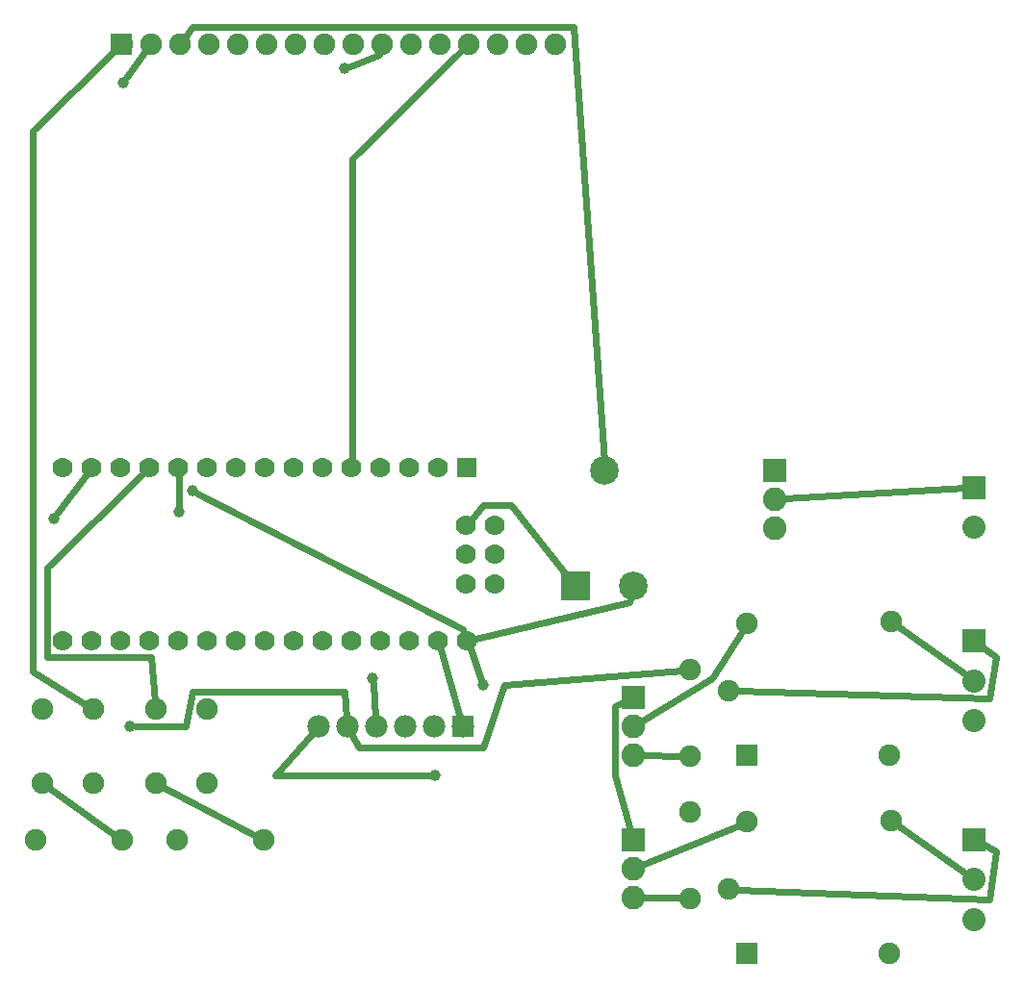
<source format=gbl>
G04 MADE WITH FRITZING*
G04 WWW.FRITZING.ORG*
G04 DOUBLE SIDED*
G04 HOLES PLATED*
G04 CONTOUR ON CENTER OF CONTOUR VECTOR*
%ASAXBY*%
%FSLAX23Y23*%
%MOIN*%
%OFA0B0*%
%SFA1.0B1.0*%
%ADD10C,0.075000*%
%ADD11C,0.078000*%
%ADD12C,0.099000*%
%ADD13C,0.070000*%
%ADD14C,0.080000*%
%ADD15C,0.082000*%
%ADD16C,0.039370*%
%ADD17R,0.075000X0.075000*%
%ADD18R,0.078000X0.078000*%
%ADD19R,0.099000X0.099000*%
%ADD20R,0.070000X0.069958*%
%ADD21R,0.080000X0.080000*%
%ADD22R,0.082000X0.082000*%
%ADD23C,0.024000*%
%LNCOPPER0*%
G90*
G70*
G54D10*
X367Y3302D03*
X467Y3302D03*
X567Y3302D03*
X667Y3302D03*
X767Y3302D03*
X867Y3302D03*
X967Y3302D03*
X1067Y3302D03*
X1167Y3302D03*
X1267Y3302D03*
X1367Y3302D03*
X1467Y3302D03*
X1567Y3302D03*
X1667Y3302D03*
X1767Y3302D03*
X1867Y3302D03*
G54D11*
X1548Y940D03*
X1448Y940D03*
X1348Y940D03*
X1248Y940D03*
X1148Y940D03*
X1048Y940D03*
G54D12*
X2140Y1425D03*
X1940Y1425D03*
X2040Y1825D03*
G54D13*
X1563Y1835D03*
X1463Y1835D03*
X1363Y1835D03*
X1263Y1835D03*
X1163Y1835D03*
X1063Y1835D03*
X963Y1835D03*
X863Y1835D03*
X763Y1835D03*
X663Y1835D03*
X563Y1835D03*
X463Y1835D03*
X363Y1835D03*
X263Y1835D03*
X163Y1835D03*
X1563Y1235D03*
X1463Y1235D03*
X1363Y1235D03*
X1263Y1235D03*
X1163Y1235D03*
X1063Y1235D03*
X963Y1235D03*
X863Y1235D03*
X763Y1235D03*
X663Y1235D03*
X563Y1235D03*
X463Y1235D03*
X363Y1235D03*
X263Y1235D03*
X163Y1235D03*
X1659Y1635D03*
X1559Y1635D03*
X1659Y1535D03*
X1559Y1535D03*
X1659Y1434D03*
X1559Y1434D03*
G54D10*
X662Y999D03*
X662Y743D03*
X485Y999D03*
X485Y743D03*
X268Y999D03*
X268Y743D03*
X91Y999D03*
X91Y743D03*
X559Y546D03*
X859Y546D03*
X2335Y344D03*
X2335Y644D03*
X2335Y836D03*
X2335Y1136D03*
X67Y546D03*
X367Y546D03*
X2532Y841D03*
X3026Y841D03*
X3031Y1302D03*
X2470Y1064D03*
X2532Y1297D03*
X2532Y152D03*
X3026Y152D03*
X3031Y613D03*
X2470Y375D03*
X2532Y608D03*
G54D14*
X3319Y546D03*
X3319Y408D03*
X3319Y270D03*
X3319Y1235D03*
X3319Y1097D03*
X3319Y959D03*
G54D15*
X2630Y1827D03*
X2630Y1727D03*
X2630Y1627D03*
X2138Y1040D03*
X2138Y940D03*
X2138Y840D03*
X2138Y547D03*
X2138Y447D03*
X2138Y347D03*
G54D14*
X3319Y1766D03*
X3319Y1629D03*
G54D16*
X1140Y3219D03*
X1236Y1107D03*
X1620Y1083D03*
X372Y3171D03*
X612Y1755D03*
X1452Y771D03*
X564Y1683D03*
X396Y939D03*
X132Y1659D03*
G54D17*
X366Y3302D03*
G54D18*
X1548Y940D03*
G54D19*
X1940Y1425D03*
G54D20*
X1563Y1835D03*
G54D17*
X2533Y841D03*
X2533Y152D03*
G54D21*
X3319Y546D03*
X3319Y1235D03*
G54D22*
X2630Y1827D03*
X2138Y1040D03*
X2138Y547D03*
G54D21*
X3319Y1766D03*
G54D23*
X2170Y347D02*
X2307Y345D01*
D02*
X2170Y839D02*
X2307Y837D01*
D02*
X3055Y1285D02*
X3294Y1115D01*
D02*
X3288Y1765D02*
X2662Y1729D01*
D02*
X3294Y426D02*
X3055Y596D01*
D02*
X2499Y1063D02*
X3372Y1035D01*
X3372Y1035D02*
X3396Y1179D01*
X3396Y1179D02*
X3345Y1217D01*
D02*
X2168Y460D02*
X2505Y597D01*
D02*
X3347Y532D02*
X3396Y507D01*
X3396Y507D02*
X3372Y339D01*
X3372Y339D02*
X2499Y373D01*
D02*
X2517Y1273D02*
X2412Y1107D01*
X2412Y1107D02*
X2166Y956D01*
D02*
X1261Y3274D02*
X1260Y3267D01*
X1260Y3267D02*
X1158Y3226D01*
D02*
X1546Y3282D02*
X1164Y2907D01*
X1164Y2907D02*
X1164Y1864D01*
D02*
X510Y729D02*
X833Y559D01*
D02*
X443Y1815D02*
X108Y1491D01*
X108Y1491D02*
X108Y1179D01*
X108Y1179D02*
X468Y1179D01*
X468Y1179D02*
X482Y1027D01*
D02*
X346Y3282D02*
X60Y3003D01*
X60Y3003D02*
X60Y1131D01*
X60Y1131D02*
X244Y1014D01*
D02*
X1246Y970D02*
X1237Y1088D01*
D02*
X1539Y969D02*
X1471Y1207D01*
D02*
X1920Y1450D02*
X1716Y1707D01*
X1716Y1707D02*
X1620Y1707D01*
X1620Y1707D02*
X1578Y1657D01*
D02*
X2130Y578D02*
X2076Y771D01*
X2076Y771D02*
X2076Y1011D01*
X2076Y1011D02*
X2109Y1026D01*
D02*
X584Y3325D02*
X612Y3363D01*
X612Y3363D02*
X1932Y3363D01*
X1932Y3363D02*
X2038Y1857D01*
D02*
X1613Y1101D02*
X1574Y1208D01*
D02*
X2131Y1395D02*
X2124Y1371D01*
X2124Y1371D02*
X1592Y1242D01*
D02*
X450Y3279D02*
X383Y3187D01*
D02*
X629Y1747D02*
X1548Y1275D01*
X1548Y1275D02*
X1553Y1262D01*
D02*
X1433Y771D02*
X900Y771D01*
X900Y771D02*
X1028Y917D01*
D02*
X564Y1806D02*
X564Y1702D01*
D02*
X415Y939D02*
X588Y939D01*
X588Y939D02*
X612Y1059D01*
X612Y1059D02*
X1140Y1059D01*
X1140Y1059D02*
X1146Y970D01*
D02*
X2307Y1134D02*
X1692Y1083D01*
X1692Y1083D02*
X1620Y867D01*
X1620Y867D02*
X1188Y867D01*
X1188Y867D02*
X1162Y913D01*
D02*
X343Y563D02*
X114Y726D01*
D02*
X246Y1812D02*
X143Y1675D01*
G04 End of Copper0*
M02*
</source>
